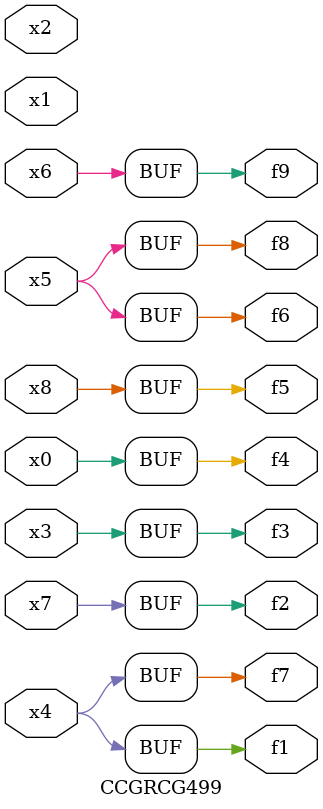
<source format=v>
module CCGRCG499(
	input x0, x1, x2, x3, x4, x5, x6, x7, x8,
	output f1, f2, f3, f4, f5, f6, f7, f8, f9
);
	assign f1 = x4;
	assign f2 = x7;
	assign f3 = x3;
	assign f4 = x0;
	assign f5 = x8;
	assign f6 = x5;
	assign f7 = x4;
	assign f8 = x5;
	assign f9 = x6;
endmodule

</source>
